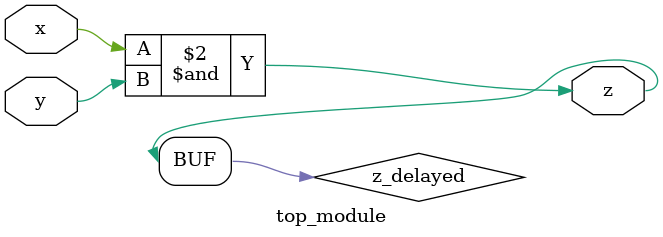
<source format=sv>
module top_module(
  input x,
  input y,
  output z);

  // Add proper delay to the output signal
  reg z_delayed;
  
  always @(x or y) begin
    #5 z_delayed = x & y;
  end

  assign z = z_delayed;

endmodule

</source>
